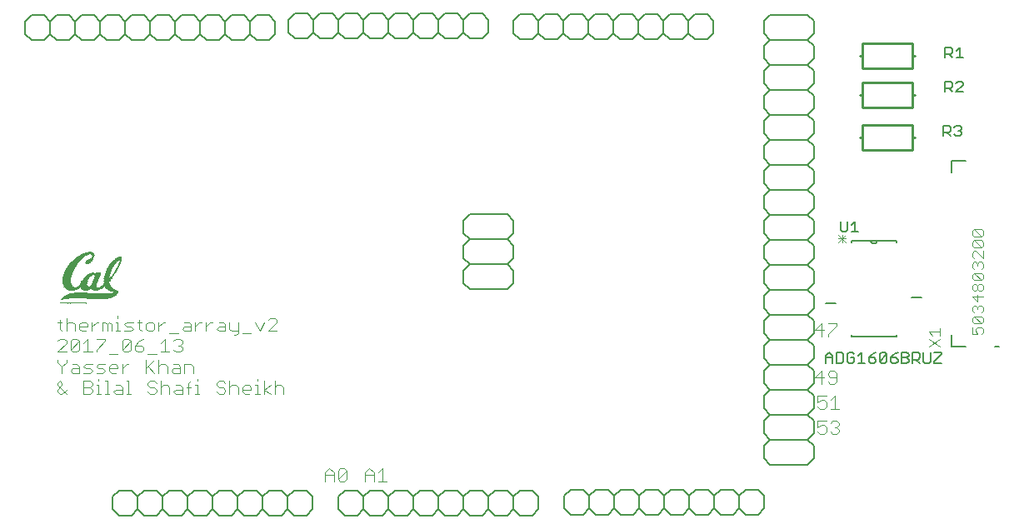
<source format=gto>
G75*
%MOIN*%
%OFA0B0*%
%FSLAX25Y25*%
%IPPOS*%
%LPD*%
%AMOC8*
5,1,8,0,0,1.08239X$1,22.5*
%
%ADD10C,0.00400*%
%ADD11R,0.00300X0.00100*%
%ADD12R,0.00600X0.00100*%
%ADD13R,0.00900X0.00100*%
%ADD14R,0.01300X0.00100*%
%ADD15R,0.01600X0.00100*%
%ADD16R,0.02800X0.00100*%
%ADD17R,0.02000X0.00100*%
%ADD18R,0.06400X0.00100*%
%ADD19R,0.02600X0.00100*%
%ADD20R,0.08700X0.00100*%
%ADD21R,0.03700X0.00100*%
%ADD22R,0.11100X0.00100*%
%ADD23R,0.19100X0.00100*%
%ADD24R,0.19300X0.00100*%
%ADD25R,0.19500X0.00100*%
%ADD26R,0.19700X0.00100*%
%ADD27R,0.19800X0.00100*%
%ADD28R,0.19600X0.00100*%
%ADD29R,0.19400X0.00100*%
%ADD30R,0.12400X0.00100*%
%ADD31R,0.02700X0.00100*%
%ADD32R,0.10300X0.00100*%
%ADD33R,0.02300X0.00100*%
%ADD34R,0.08000X0.00100*%
%ADD35R,0.02200X0.00100*%
%ADD36R,0.05400X0.00100*%
%ADD37R,0.00800X0.00100*%
%ADD38R,0.01900X0.00100*%
%ADD39R,0.01800X0.00100*%
%ADD40R,0.01700X0.00100*%
%ADD41R,0.02900X0.00100*%
%ADD42R,0.03000X0.00100*%
%ADD43R,0.01500X0.00100*%
%ADD44R,0.02100X0.00100*%
%ADD45R,0.03300X0.00100*%
%ADD46R,0.02500X0.00100*%
%ADD47R,0.03800X0.00100*%
%ADD48R,0.03200X0.00100*%
%ADD49R,0.04300X0.00100*%
%ADD50R,0.03100X0.00100*%
%ADD51R,0.03400X0.00100*%
%ADD52R,0.04600X0.00100*%
%ADD53R,0.04900X0.00100*%
%ADD54R,0.03600X0.00100*%
%ADD55R,0.04000X0.00100*%
%ADD56R,0.05200X0.00100*%
%ADD57R,0.04200X0.00100*%
%ADD58R,0.08500X0.00100*%
%ADD59R,0.05800X0.00100*%
%ADD60R,0.08600X0.00100*%
%ADD61R,0.06000X0.00100*%
%ADD62R,0.06900X0.00100*%
%ADD63R,0.04100X0.00100*%
%ADD64R,0.06700X0.00100*%
%ADD65R,0.03900X0.00100*%
%ADD66R,0.07900X0.00100*%
%ADD67R,0.07600X0.00100*%
%ADD68R,0.01400X0.00100*%
%ADD69R,0.03500X0.00100*%
%ADD70R,0.02400X0.00100*%
%ADD71R,0.01000X0.00100*%
%ADD72R,0.05100X0.00100*%
%ADD73R,0.05000X0.00100*%
%ADD74R,0.04800X0.00100*%
%ADD75R,0.00700X0.00100*%
%ADD76R,0.00400X0.00100*%
%ADD77R,0.01100X0.00100*%
%ADD78R,0.01200X0.00100*%
%ADD79R,0.04500X0.00100*%
%ADD80C,0.00000*%
%ADD81C,0.00600*%
%ADD82C,0.00800*%
%ADD83C,0.00300*%
%ADD84C,0.00500*%
%ADD85C,0.01000*%
D10*
X0024567Y0054700D02*
X0023700Y0055567D01*
X0023700Y0056435D01*
X0025435Y0058170D01*
X0025435Y0059037D01*
X0024567Y0059904D01*
X0023700Y0059037D01*
X0023700Y0058170D01*
X0027170Y0054700D01*
X0027170Y0056435D02*
X0025435Y0054700D01*
X0024567Y0054700D01*
X0034013Y0054700D02*
X0036615Y0054700D01*
X0037482Y0055567D01*
X0037482Y0056435D01*
X0036615Y0057302D01*
X0034013Y0057302D01*
X0036615Y0057302D02*
X0037482Y0058170D01*
X0037482Y0059037D01*
X0036615Y0059904D01*
X0034013Y0059904D01*
X0034013Y0054700D01*
X0039169Y0054700D02*
X0040904Y0054700D01*
X0040037Y0054700D02*
X0040037Y0058170D01*
X0039169Y0058170D01*
X0040037Y0059904D02*
X0040037Y0060772D01*
X0039169Y0063100D02*
X0041771Y0063100D01*
X0042639Y0063967D01*
X0041771Y0064835D01*
X0040037Y0064835D01*
X0039169Y0065702D01*
X0040037Y0066570D01*
X0042639Y0066570D01*
X0044326Y0065702D02*
X0045193Y0066570D01*
X0046928Y0066570D01*
X0047795Y0065702D01*
X0047795Y0064835D01*
X0044326Y0064835D01*
X0044326Y0065702D02*
X0044326Y0063967D01*
X0045193Y0063100D01*
X0046928Y0063100D01*
X0049482Y0063100D02*
X0049482Y0066570D01*
X0051217Y0066570D02*
X0052084Y0066570D01*
X0051217Y0066570D02*
X0049482Y0064835D01*
X0051201Y0059904D02*
X0052068Y0059904D01*
X0052068Y0054700D01*
X0051201Y0054700D02*
X0052936Y0054700D01*
X0049514Y0054700D02*
X0046912Y0054700D01*
X0046044Y0055567D01*
X0046912Y0056435D01*
X0049514Y0056435D01*
X0049514Y0057302D02*
X0048647Y0058170D01*
X0046912Y0058170D01*
X0049514Y0057302D02*
X0049514Y0054700D01*
X0044342Y0054700D02*
X0042607Y0054700D01*
X0043474Y0054700D02*
X0043474Y0059904D01*
X0042607Y0059904D01*
X0037482Y0063967D02*
X0036615Y0064835D01*
X0034880Y0064835D01*
X0034013Y0065702D01*
X0034880Y0066570D01*
X0037482Y0066570D01*
X0037482Y0063967D02*
X0036615Y0063100D01*
X0034013Y0063100D01*
X0032326Y0063100D02*
X0032326Y0065702D01*
X0031459Y0066570D01*
X0029724Y0066570D01*
X0029724Y0064835D02*
X0032326Y0064835D01*
X0032326Y0063100D02*
X0029724Y0063100D01*
X0028856Y0063967D01*
X0029724Y0064835D01*
X0027170Y0067437D02*
X0027170Y0068304D01*
X0027170Y0067437D02*
X0025435Y0065702D01*
X0025435Y0063100D01*
X0025435Y0065702D02*
X0023700Y0067437D01*
X0023700Y0068304D01*
X0023700Y0071500D02*
X0027170Y0074970D01*
X0027170Y0075837D01*
X0026302Y0076704D01*
X0024567Y0076704D01*
X0023700Y0075837D01*
X0023700Y0071500D02*
X0027170Y0071500D01*
X0028856Y0072367D02*
X0032326Y0075837D01*
X0032326Y0072367D01*
X0031459Y0071500D01*
X0029724Y0071500D01*
X0028856Y0072367D01*
X0028856Y0075837D01*
X0029724Y0076704D01*
X0031459Y0076704D01*
X0032326Y0075837D01*
X0034013Y0074970D02*
X0035748Y0076704D01*
X0035748Y0071500D01*
X0037482Y0071500D02*
X0034013Y0071500D01*
X0039169Y0071500D02*
X0039169Y0072367D01*
X0042639Y0075837D01*
X0042639Y0076704D01*
X0039169Y0076704D01*
X0037450Y0079900D02*
X0037450Y0083370D01*
X0039185Y0083370D02*
X0040053Y0083370D01*
X0039185Y0083370D02*
X0037450Y0081635D01*
X0035764Y0081635D02*
X0032294Y0081635D01*
X0032294Y0082502D02*
X0033161Y0083370D01*
X0034896Y0083370D01*
X0035764Y0082502D01*
X0035764Y0081635D01*
X0034896Y0079900D02*
X0033161Y0079900D01*
X0032294Y0080767D01*
X0032294Y0082502D01*
X0030607Y0082502D02*
X0030607Y0079900D01*
X0030607Y0082502D02*
X0029740Y0083370D01*
X0028005Y0083370D01*
X0027138Y0082502D01*
X0025435Y0083370D02*
X0023700Y0083370D01*
X0024567Y0084237D02*
X0024567Y0080767D01*
X0025435Y0079900D01*
X0027138Y0079900D02*
X0027138Y0085104D01*
X0041747Y0083370D02*
X0041747Y0079900D01*
X0043482Y0079900D02*
X0043482Y0082502D01*
X0044350Y0083370D01*
X0045217Y0082502D01*
X0045217Y0079900D01*
X0046904Y0079900D02*
X0048639Y0079900D01*
X0047771Y0079900D02*
X0047771Y0083370D01*
X0046904Y0083370D01*
X0047771Y0085104D02*
X0047771Y0085972D01*
X0051209Y0083370D02*
X0053811Y0083370D01*
X0055498Y0083370D02*
X0057233Y0083370D01*
X0056365Y0084237D02*
X0056365Y0080767D01*
X0057233Y0079900D01*
X0058935Y0080767D02*
X0059803Y0079900D01*
X0061538Y0079900D01*
X0062405Y0080767D01*
X0062405Y0082502D01*
X0061538Y0083370D01*
X0059803Y0083370D01*
X0058935Y0082502D01*
X0058935Y0080767D01*
X0053811Y0080767D02*
X0052944Y0079900D01*
X0050341Y0079900D01*
X0051209Y0081635D02*
X0050341Y0082502D01*
X0051209Y0083370D01*
X0051209Y0081635D02*
X0052944Y0081635D01*
X0053811Y0080767D01*
X0052084Y0076704D02*
X0052952Y0075837D01*
X0049482Y0072367D01*
X0050349Y0071500D01*
X0052084Y0071500D01*
X0052952Y0072367D01*
X0052952Y0075837D01*
X0052084Y0076704D02*
X0050349Y0076704D01*
X0049482Y0075837D01*
X0049482Y0072367D01*
X0047795Y0070633D02*
X0044326Y0070633D01*
X0054638Y0072367D02*
X0055506Y0071500D01*
X0057241Y0071500D01*
X0058108Y0072367D01*
X0058108Y0073235D01*
X0057241Y0074102D01*
X0054638Y0074102D01*
X0054638Y0072367D01*
X0054638Y0074102D02*
X0056373Y0075837D01*
X0058108Y0076704D01*
X0064092Y0079900D02*
X0064092Y0083370D01*
X0064092Y0081635D02*
X0065827Y0083370D01*
X0066694Y0083370D01*
X0068389Y0079033D02*
X0071858Y0079033D01*
X0073545Y0080767D02*
X0074413Y0081635D01*
X0077015Y0081635D01*
X0077015Y0082502D02*
X0077015Y0079900D01*
X0074413Y0079900D01*
X0073545Y0080767D01*
X0074413Y0083370D02*
X0076147Y0083370D01*
X0077015Y0082502D01*
X0078702Y0081635D02*
X0080436Y0083370D01*
X0081304Y0083370D01*
X0082999Y0083370D02*
X0082999Y0079900D01*
X0082999Y0081635D02*
X0084733Y0083370D01*
X0085601Y0083370D01*
X0088163Y0083370D02*
X0089898Y0083370D01*
X0090765Y0082502D01*
X0090765Y0079900D01*
X0088163Y0079900D01*
X0087296Y0080767D01*
X0088163Y0081635D01*
X0090765Y0081635D01*
X0092452Y0080767D02*
X0093319Y0079900D01*
X0095922Y0079900D01*
X0095922Y0079033D02*
X0095054Y0078165D01*
X0094187Y0078165D01*
X0095922Y0079033D02*
X0095922Y0083370D01*
X0092452Y0083370D02*
X0092452Y0080767D01*
X0097608Y0079033D02*
X0101078Y0079033D01*
X0104500Y0079900D02*
X0106234Y0083370D01*
X0107921Y0084237D02*
X0108789Y0085104D01*
X0110523Y0085104D01*
X0111391Y0084237D01*
X0111391Y0083370D01*
X0107921Y0079900D01*
X0111391Y0079900D01*
X0104500Y0079900D02*
X0102765Y0083370D01*
X0078702Y0083370D02*
X0078702Y0079900D01*
X0073577Y0075837D02*
X0073577Y0074970D01*
X0072710Y0074102D01*
X0073577Y0073235D01*
X0073577Y0072367D01*
X0072710Y0071500D01*
X0070975Y0071500D01*
X0070108Y0072367D01*
X0068421Y0071500D02*
X0064951Y0071500D01*
X0066686Y0071500D02*
X0066686Y0076704D01*
X0064951Y0074970D01*
X0063264Y0070633D02*
X0059795Y0070633D01*
X0058935Y0068304D02*
X0058935Y0063100D01*
X0058935Y0064835D02*
X0062405Y0068304D01*
X0064092Y0068304D02*
X0064092Y0063100D01*
X0062405Y0063100D02*
X0059803Y0065702D01*
X0064092Y0065702D02*
X0064959Y0066570D01*
X0066694Y0066570D01*
X0067561Y0065702D01*
X0067561Y0063100D01*
X0069248Y0063967D02*
X0070116Y0064835D01*
X0072718Y0064835D01*
X0072718Y0065702D02*
X0072718Y0063100D01*
X0070116Y0063100D01*
X0069248Y0063967D01*
X0070116Y0066570D02*
X0071850Y0066570D01*
X0072718Y0065702D01*
X0074405Y0066570D02*
X0074405Y0063100D01*
X0077874Y0063100D02*
X0077874Y0065702D01*
X0077007Y0066570D01*
X0074405Y0066570D01*
X0076999Y0059904D02*
X0076131Y0059037D01*
X0076131Y0054700D01*
X0073577Y0054700D02*
X0070975Y0054700D01*
X0070108Y0055567D01*
X0070975Y0056435D01*
X0073577Y0056435D01*
X0073577Y0057302D02*
X0072710Y0058170D01*
X0070975Y0058170D01*
X0068421Y0057302D02*
X0068421Y0054700D01*
X0064951Y0054700D02*
X0064951Y0059904D01*
X0063264Y0059037D02*
X0062397Y0059904D01*
X0060662Y0059904D01*
X0059795Y0059037D01*
X0059795Y0058170D01*
X0060662Y0057302D01*
X0062397Y0057302D01*
X0063264Y0056435D01*
X0063264Y0055567D01*
X0062397Y0054700D01*
X0060662Y0054700D01*
X0059795Y0055567D01*
X0064951Y0057302D02*
X0065819Y0058170D01*
X0067553Y0058170D01*
X0068421Y0057302D01*
X0073577Y0057302D02*
X0073577Y0054700D01*
X0078702Y0054700D02*
X0080436Y0054700D01*
X0079569Y0054700D02*
X0079569Y0058170D01*
X0078702Y0058170D01*
X0076999Y0057302D02*
X0075264Y0057302D01*
X0079569Y0059904D02*
X0079569Y0060772D01*
X0087296Y0059037D02*
X0087296Y0058170D01*
X0088163Y0057302D01*
X0089898Y0057302D01*
X0090765Y0056435D01*
X0090765Y0055567D01*
X0089898Y0054700D01*
X0088163Y0054700D01*
X0087296Y0055567D01*
X0087296Y0059037D02*
X0088163Y0059904D01*
X0089898Y0059904D01*
X0090765Y0059037D01*
X0092452Y0059904D02*
X0092452Y0054700D01*
X0095922Y0054700D02*
X0095922Y0057302D01*
X0095054Y0058170D01*
X0093319Y0058170D01*
X0092452Y0057302D01*
X0097608Y0057302D02*
X0097608Y0055567D01*
X0098476Y0054700D01*
X0100211Y0054700D01*
X0101078Y0056435D02*
X0097608Y0056435D01*
X0097608Y0057302D02*
X0098476Y0058170D01*
X0100211Y0058170D01*
X0101078Y0057302D01*
X0101078Y0056435D01*
X0102765Y0058170D02*
X0103632Y0058170D01*
X0103632Y0054700D01*
X0102765Y0054700D02*
X0104500Y0054700D01*
X0106202Y0054700D02*
X0106202Y0059904D01*
X0103632Y0059904D02*
X0103632Y0060772D01*
X0106202Y0056435D02*
X0108805Y0058170D01*
X0110499Y0057302D02*
X0111367Y0058170D01*
X0113102Y0058170D01*
X0113969Y0057302D01*
X0113969Y0054700D01*
X0110499Y0054700D02*
X0110499Y0059904D01*
X0108805Y0054700D02*
X0106202Y0056435D01*
X0072710Y0074102D02*
X0071842Y0074102D01*
X0070108Y0075837D02*
X0070975Y0076704D01*
X0072710Y0076704D01*
X0073577Y0075837D01*
X0043482Y0082502D02*
X0042615Y0083370D01*
X0041747Y0083370D01*
X0130700Y0023170D02*
X0132435Y0024904D01*
X0134170Y0023170D01*
X0134170Y0019700D01*
X0135856Y0020567D02*
X0139326Y0024037D01*
X0139326Y0020567D01*
X0138459Y0019700D01*
X0136724Y0019700D01*
X0135856Y0020567D01*
X0135856Y0024037D01*
X0136724Y0024904D01*
X0138459Y0024904D01*
X0139326Y0024037D01*
X0134170Y0022302D02*
X0130700Y0022302D01*
X0130700Y0023170D02*
X0130700Y0019700D01*
X0146700Y0019700D02*
X0146700Y0023170D01*
X0148435Y0024904D01*
X0150170Y0023170D01*
X0150170Y0019700D01*
X0151856Y0019700D02*
X0155326Y0019700D01*
X0153591Y0019700D02*
X0153591Y0024904D01*
X0151856Y0023170D01*
X0150170Y0022302D02*
X0146700Y0022302D01*
X0327700Y0039567D02*
X0328567Y0038700D01*
X0330302Y0038700D01*
X0331170Y0039567D01*
X0331170Y0041302D01*
X0330302Y0042170D01*
X0329435Y0042170D01*
X0327700Y0041302D01*
X0327700Y0043904D01*
X0331170Y0043904D01*
X0332856Y0043037D02*
X0333724Y0043904D01*
X0335459Y0043904D01*
X0336326Y0043037D01*
X0336326Y0042170D01*
X0335459Y0041302D01*
X0336326Y0040435D01*
X0336326Y0039567D01*
X0335459Y0038700D01*
X0333724Y0038700D01*
X0332856Y0039567D01*
X0334591Y0041302D02*
X0335459Y0041302D01*
X0336326Y0048700D02*
X0332856Y0048700D01*
X0334591Y0048700D02*
X0334591Y0053904D01*
X0332856Y0052170D01*
X0331170Y0051302D02*
X0331170Y0049567D01*
X0330302Y0048700D01*
X0328567Y0048700D01*
X0327700Y0049567D01*
X0327700Y0051302D02*
X0329435Y0052170D01*
X0330302Y0052170D01*
X0331170Y0051302D01*
X0331170Y0053904D02*
X0327700Y0053904D01*
X0327700Y0051302D01*
X0329302Y0058700D02*
X0329302Y0063904D01*
X0326700Y0061302D01*
X0330170Y0061302D01*
X0331856Y0062170D02*
X0332724Y0061302D01*
X0335326Y0061302D01*
X0335326Y0059567D02*
X0335326Y0063037D01*
X0334459Y0063904D01*
X0332724Y0063904D01*
X0331856Y0063037D01*
X0331856Y0062170D01*
X0331856Y0059567D02*
X0332724Y0058700D01*
X0334459Y0058700D01*
X0335326Y0059567D01*
X0331856Y0077700D02*
X0331856Y0078567D01*
X0335326Y0082037D01*
X0335326Y0082904D01*
X0331856Y0082904D01*
X0329302Y0082904D02*
X0326700Y0080302D01*
X0330170Y0080302D01*
X0329302Y0077700D02*
X0329302Y0082904D01*
X0372157Y0079565D02*
X0373600Y0078123D01*
X0372157Y0079565D02*
X0376485Y0079565D01*
X0376485Y0078123D02*
X0376485Y0081008D01*
X0376485Y0076658D02*
X0372157Y0073772D01*
X0372157Y0076658D02*
X0376485Y0073772D01*
X0389562Y0078497D02*
X0391726Y0078497D01*
X0391004Y0079940D01*
X0391004Y0080661D01*
X0391726Y0081382D01*
X0393168Y0081382D01*
X0393890Y0080661D01*
X0393890Y0079218D01*
X0393168Y0078497D01*
X0389562Y0078497D02*
X0389562Y0081382D01*
X0390283Y0082847D02*
X0389562Y0083568D01*
X0389562Y0085011D01*
X0390283Y0085732D01*
X0393168Y0082847D01*
X0393890Y0083568D01*
X0393890Y0085011D01*
X0393168Y0085732D01*
X0390283Y0085732D01*
X0390283Y0087197D02*
X0389562Y0087919D01*
X0389562Y0089361D01*
X0390283Y0090083D01*
X0391004Y0090083D01*
X0391726Y0089361D01*
X0392447Y0090083D01*
X0393168Y0090083D01*
X0393890Y0089361D01*
X0393890Y0087919D01*
X0393168Y0087197D01*
X0391726Y0088640D02*
X0391726Y0089361D01*
X0391726Y0091547D02*
X0391726Y0094433D01*
X0392447Y0095898D02*
X0391726Y0096619D01*
X0391726Y0098062D01*
X0392447Y0098783D01*
X0393168Y0098783D01*
X0393890Y0098062D01*
X0393890Y0096619D01*
X0393168Y0095898D01*
X0392447Y0095898D01*
X0391726Y0096619D02*
X0391004Y0095898D01*
X0390283Y0095898D01*
X0389562Y0096619D01*
X0389562Y0098062D01*
X0390283Y0098783D01*
X0391004Y0098783D01*
X0391726Y0098062D01*
X0393168Y0100248D02*
X0390283Y0100248D01*
X0389562Y0100969D01*
X0389562Y0102412D01*
X0390283Y0103133D01*
X0393168Y0100248D01*
X0393890Y0100969D01*
X0393890Y0102412D01*
X0393168Y0103133D01*
X0390283Y0103133D01*
X0390283Y0104598D02*
X0389562Y0105319D01*
X0389562Y0106762D01*
X0390283Y0107483D01*
X0391004Y0107483D01*
X0391726Y0106762D01*
X0392447Y0107483D01*
X0393168Y0107483D01*
X0393890Y0106762D01*
X0393890Y0105319D01*
X0393168Y0104598D01*
X0391726Y0106041D02*
X0391726Y0106762D01*
X0390283Y0108948D02*
X0389562Y0109669D01*
X0389562Y0111112D01*
X0390283Y0111833D01*
X0391004Y0111833D01*
X0393890Y0108948D01*
X0393890Y0111833D01*
X0393168Y0113298D02*
X0390283Y0113298D01*
X0389562Y0114020D01*
X0389562Y0115462D01*
X0390283Y0116184D01*
X0393168Y0113298D01*
X0393890Y0114020D01*
X0393890Y0115462D01*
X0393168Y0116184D01*
X0390283Y0116184D01*
X0390283Y0117648D02*
X0389562Y0118370D01*
X0389562Y0119812D01*
X0390283Y0120534D01*
X0393168Y0117648D01*
X0393890Y0118370D01*
X0393890Y0119812D01*
X0393168Y0120534D01*
X0390283Y0120534D01*
X0390283Y0117648D02*
X0393168Y0117648D01*
X0393890Y0093711D02*
X0389562Y0093711D01*
X0391726Y0091547D01*
X0393168Y0082847D02*
X0390283Y0082847D01*
D11*
X0034900Y0095900D03*
X0025300Y0092200D03*
D12*
X0025450Y0092300D03*
X0048450Y0106600D03*
X0048650Y0107100D03*
X0048750Y0107400D03*
X0048750Y0109400D03*
D13*
X0047100Y0103900D03*
X0046900Y0103600D03*
X0046800Y0103400D03*
X0046700Y0103300D03*
X0046700Y0103200D03*
X0046600Y0103100D03*
X0046500Y0103000D03*
X0046500Y0102900D03*
X0046400Y0102800D03*
X0046300Y0102700D03*
X0046300Y0102600D03*
X0046200Y0102500D03*
X0046100Y0102400D03*
X0046100Y0102300D03*
X0046000Y0102200D03*
X0045900Y0102100D03*
X0045900Y0102000D03*
X0045800Y0101900D03*
X0045700Y0101800D03*
X0045600Y0101700D03*
X0045600Y0101600D03*
X0045500Y0101500D03*
X0045400Y0101400D03*
X0037600Y0108800D03*
X0037700Y0109000D03*
X0037900Y0109800D03*
X0025700Y0092400D03*
D14*
X0025900Y0092500D03*
X0048600Y0109200D03*
D15*
X0036750Y0111200D03*
X0037850Y0102800D03*
X0041250Y0097100D03*
X0038750Y0096000D03*
X0031850Y0097100D03*
X0026150Y0092600D03*
D16*
X0029450Y0096100D03*
X0034050Y0098300D03*
X0043650Y0100200D03*
X0043650Y0100300D03*
X0045150Y0096200D03*
X0040950Y0092600D03*
D17*
X0046750Y0094900D03*
X0038450Y0098700D03*
X0038450Y0098800D03*
X0038550Y0099000D03*
X0038350Y0098600D03*
X0038350Y0098500D03*
X0038250Y0098300D03*
X0038750Y0099500D03*
X0039550Y0101500D03*
X0039550Y0101600D03*
X0039550Y0101700D03*
X0039950Y0102600D03*
X0039950Y0102700D03*
X0037750Y0102700D03*
X0043850Y0103100D03*
X0043950Y0103300D03*
X0043950Y0103400D03*
X0044050Y0103600D03*
X0044050Y0103700D03*
X0044150Y0103800D03*
X0044150Y0103900D03*
X0044250Y0104000D03*
X0044250Y0104100D03*
X0044350Y0104300D03*
X0044450Y0104500D03*
X0044550Y0104700D03*
X0044650Y0104900D03*
X0044750Y0105100D03*
X0045050Y0105600D03*
X0046350Y0107300D03*
X0046450Y0107400D03*
X0046550Y0107500D03*
X0046650Y0107600D03*
X0046750Y0107700D03*
X0035850Y0107200D03*
X0026450Y0092700D03*
D18*
X0040250Y0092700D03*
D19*
X0044350Y0096800D03*
X0044250Y0096900D03*
X0044150Y0097000D03*
X0044450Y0096700D03*
X0044550Y0096600D03*
X0044650Y0096500D03*
X0043450Y0098200D03*
X0043550Y0100000D03*
X0037950Y0097600D03*
X0034150Y0098600D03*
X0034150Y0098700D03*
X0026850Y0092800D03*
X0046650Y0095600D03*
X0048050Y0108500D03*
X0032250Y0108800D03*
X0032150Y0108700D03*
X0032050Y0108600D03*
X0031950Y0108500D03*
D20*
X0039600Y0092800D03*
D21*
X0039100Y0096500D03*
X0028100Y0097400D03*
X0027500Y0092900D03*
D22*
X0038900Y0092900D03*
D23*
X0037900Y0094500D03*
X0035300Y0093000D03*
D24*
X0035500Y0093100D03*
X0037700Y0094400D03*
D25*
X0035700Y0093200D03*
D26*
X0035900Y0093300D03*
X0036100Y0093400D03*
X0037000Y0094000D03*
X0037200Y0094100D03*
D27*
X0036850Y0093900D03*
X0036750Y0093800D03*
X0036550Y0093700D03*
X0036450Y0093600D03*
X0036250Y0093500D03*
D28*
X0037350Y0094200D03*
D29*
X0037550Y0094300D03*
D30*
X0034950Y0094600D03*
D31*
X0037900Y0097500D03*
X0038900Y0096200D03*
X0043400Y0098100D03*
X0043600Y0100100D03*
X0044800Y0096400D03*
X0045000Y0096300D03*
X0046200Y0094600D03*
X0034100Y0098400D03*
X0034100Y0098500D03*
X0031200Y0107800D03*
X0031300Y0107900D03*
X0031400Y0108000D03*
X0031500Y0108100D03*
X0031600Y0108200D03*
X0031700Y0108300D03*
X0031800Y0108400D03*
X0034900Y0110400D03*
X0048000Y0108400D03*
D32*
X0034300Y0094700D03*
D33*
X0038800Y0096100D03*
X0038100Y0097900D03*
X0034500Y0099600D03*
X0034600Y0099800D03*
X0034700Y0100000D03*
X0034800Y0100200D03*
X0036500Y0102000D03*
X0036700Y0102100D03*
X0036000Y0107500D03*
X0036100Y0107600D03*
X0036400Y0107900D03*
X0033800Y0109900D03*
X0033600Y0109800D03*
X0033300Y0109600D03*
X0036600Y0111100D03*
X0048200Y0108700D03*
X0043400Y0099600D03*
X0043400Y0099500D03*
X0043400Y0099400D03*
X0043400Y0099300D03*
X0043400Y0099200D03*
X0043400Y0099100D03*
X0043400Y0099000D03*
X0043400Y0098900D03*
X0043400Y0098800D03*
X0043400Y0098700D03*
X0043400Y0098600D03*
X0046500Y0094700D03*
D34*
X0033650Y0094800D03*
D35*
X0038150Y0098000D03*
X0038150Y0098100D03*
X0035050Y0100500D03*
X0035050Y0100600D03*
X0035150Y0100700D03*
X0035250Y0100800D03*
X0035350Y0101000D03*
X0035450Y0101100D03*
X0035550Y0101200D03*
X0035650Y0101300D03*
X0035750Y0101400D03*
X0035850Y0101500D03*
X0035950Y0101600D03*
X0036050Y0101700D03*
X0036350Y0101900D03*
X0034950Y0100400D03*
X0034850Y0100300D03*
X0034750Y0100100D03*
X0034650Y0099900D03*
X0043450Y0101100D03*
X0043450Y0101200D03*
X0043450Y0101300D03*
X0043450Y0101400D03*
X0043450Y0101500D03*
X0043550Y0101600D03*
X0043550Y0101700D03*
X0043550Y0101800D03*
X0043550Y0101900D03*
X0043550Y0102000D03*
X0043650Y0102300D03*
X0043650Y0102400D03*
X0047050Y0107900D03*
X0048250Y0108800D03*
X0036550Y0108000D03*
X0035950Y0107400D03*
X0046650Y0094800D03*
D36*
X0033050Y0094900D03*
X0029550Y0096800D03*
D37*
X0032650Y0095000D03*
X0046850Y0103500D03*
X0046950Y0103700D03*
X0047050Y0103800D03*
X0047150Y0104000D03*
X0047250Y0104100D03*
X0047250Y0104200D03*
X0047350Y0104300D03*
X0047350Y0104400D03*
X0047450Y0104500D03*
X0047450Y0104600D03*
X0047550Y0104700D03*
X0047650Y0104900D03*
X0047750Y0105100D03*
X0047850Y0105300D03*
X0047950Y0105500D03*
X0048050Y0105700D03*
X0048150Y0105900D03*
X0048850Y0107800D03*
X0048850Y0107900D03*
X0037850Y0109300D03*
X0037850Y0109400D03*
X0037850Y0109500D03*
X0037850Y0109600D03*
X0037850Y0109700D03*
X0037750Y0109200D03*
X0037750Y0109100D03*
X0037650Y0108900D03*
D38*
X0036700Y0108100D03*
X0035800Y0107100D03*
X0040000Y0102900D03*
X0040000Y0102800D03*
X0039500Y0101400D03*
X0039500Y0101300D03*
X0039400Y0101200D03*
X0039400Y0101100D03*
X0039300Y0100900D03*
X0039300Y0100800D03*
X0039200Y0100600D03*
X0039100Y0100400D03*
X0039100Y0100300D03*
X0039000Y0100200D03*
X0039000Y0100100D03*
X0039000Y0100000D03*
X0038900Y0099900D03*
X0038900Y0099800D03*
X0038800Y0099700D03*
X0038800Y0099600D03*
X0038700Y0099400D03*
X0038700Y0099300D03*
X0038600Y0099200D03*
X0038600Y0099100D03*
X0038500Y0098900D03*
X0047000Y0095500D03*
X0047000Y0095100D03*
X0046900Y0095000D03*
X0029400Y0096000D03*
X0044300Y0104200D03*
X0044400Y0104400D03*
X0044500Y0104600D03*
X0044600Y0104800D03*
X0044700Y0105000D03*
X0044800Y0105200D03*
X0044900Y0105300D03*
X0044900Y0105400D03*
X0045000Y0105500D03*
X0045100Y0105700D03*
X0045200Y0105800D03*
X0045200Y0105900D03*
X0045300Y0106000D03*
X0045400Y0106100D03*
X0045500Y0106300D03*
X0045600Y0106400D03*
X0045700Y0106500D03*
X0045800Y0106700D03*
X0045900Y0106800D03*
X0046000Y0106900D03*
X0046100Y0107000D03*
X0046200Y0107100D03*
X0046300Y0107200D03*
X0048300Y0108900D03*
D39*
X0045750Y0106600D03*
X0045450Y0106200D03*
X0039350Y0101000D03*
X0039250Y0100700D03*
X0039150Y0100500D03*
X0040950Y0097000D03*
X0047050Y0095400D03*
X0047050Y0095200D03*
D40*
X0047100Y0095300D03*
X0035700Y0107000D03*
X0036900Y0108200D03*
X0048400Y0109000D03*
D41*
X0047900Y0108300D03*
X0047800Y0108200D03*
X0036500Y0111000D03*
X0031100Y0107700D03*
X0031000Y0107600D03*
X0030900Y0107500D03*
X0030800Y0107400D03*
X0043700Y0100400D03*
X0043300Y0098000D03*
X0045400Y0096100D03*
X0046400Y0095700D03*
X0037800Y0097400D03*
X0035000Y0096300D03*
X0034000Y0098100D03*
X0034000Y0098200D03*
D42*
X0033950Y0098000D03*
X0043750Y0100500D03*
X0045650Y0096000D03*
X0045850Y0095900D03*
X0046150Y0095800D03*
X0047750Y0108100D03*
X0030750Y0107300D03*
X0030650Y0107200D03*
X0030550Y0107100D03*
X0030450Y0107000D03*
X0030350Y0106900D03*
X0030350Y0106800D03*
X0030250Y0106700D03*
X0030150Y0106600D03*
D43*
X0048500Y0109100D03*
X0041600Y0097300D03*
X0041400Y0097200D03*
X0035000Y0096000D03*
D44*
X0035000Y0096100D03*
X0038200Y0098200D03*
X0038300Y0098400D03*
X0035300Y0100900D03*
X0036200Y0101800D03*
X0039600Y0101800D03*
X0039600Y0101900D03*
X0039600Y0102000D03*
X0043600Y0102100D03*
X0043600Y0102200D03*
X0043700Y0102500D03*
X0043700Y0102600D03*
X0043700Y0102700D03*
X0043800Y0102800D03*
X0043800Y0102900D03*
X0043800Y0103000D03*
X0043900Y0103200D03*
X0044000Y0103500D03*
X0046900Y0107800D03*
X0035900Y0107300D03*
D45*
X0029200Y0105300D03*
X0029000Y0105000D03*
X0028900Y0104800D03*
X0028800Y0104700D03*
X0028800Y0104600D03*
X0028700Y0104500D03*
X0028700Y0104400D03*
X0028600Y0104300D03*
X0028600Y0104200D03*
X0028500Y0104100D03*
X0028400Y0103900D03*
X0028300Y0103700D03*
X0028200Y0103500D03*
X0028200Y0103400D03*
X0028100Y0103300D03*
X0028100Y0103200D03*
X0028000Y0103000D03*
X0027900Y0102700D03*
X0027800Y0102400D03*
X0027700Y0102100D03*
X0027600Y0101700D03*
X0027500Y0101300D03*
X0027400Y0100600D03*
X0027400Y0100500D03*
X0027400Y0099000D03*
X0029500Y0096200D03*
X0036400Y0110900D03*
D46*
X0034600Y0110300D03*
X0032600Y0109100D03*
X0032500Y0109000D03*
X0032400Y0108900D03*
X0043500Y0099900D03*
X0043500Y0099800D03*
X0043900Y0097400D03*
X0043900Y0097300D03*
X0044000Y0097200D03*
X0044100Y0097100D03*
X0035000Y0096200D03*
X0034200Y0098800D03*
X0034200Y0098900D03*
X0034300Y0099000D03*
X0034300Y0099100D03*
X0048100Y0108600D03*
D47*
X0035050Y0096700D03*
X0033850Y0097500D03*
X0029450Y0096300D03*
X0028250Y0097300D03*
D48*
X0033850Y0097800D03*
X0038950Y0096300D03*
X0043250Y0097800D03*
X0043850Y0100800D03*
X0043950Y0100900D03*
X0043950Y0101000D03*
X0029750Y0106100D03*
X0029550Y0105800D03*
X0029450Y0105700D03*
X0029350Y0105500D03*
X0029250Y0105400D03*
X0029150Y0105200D03*
X0029050Y0105100D03*
X0028950Y0104900D03*
D49*
X0029500Y0096400D03*
D50*
X0033900Y0097900D03*
X0035000Y0096400D03*
X0043300Y0097900D03*
X0043800Y0100600D03*
X0043800Y0100700D03*
X0047700Y0108000D03*
X0030100Y0106500D03*
X0030000Y0106400D03*
X0029900Y0106300D03*
X0029800Y0106200D03*
X0029700Y0106000D03*
X0029600Y0105900D03*
X0029400Y0105600D03*
D51*
X0028450Y0104000D03*
X0028350Y0103800D03*
X0028250Y0103600D03*
X0028050Y0103100D03*
X0027950Y0102900D03*
X0027950Y0102800D03*
X0027850Y0102600D03*
X0027850Y0102500D03*
X0027750Y0102300D03*
X0027750Y0102200D03*
X0027650Y0102000D03*
X0027650Y0101900D03*
X0027650Y0101800D03*
X0027550Y0101600D03*
X0027550Y0101500D03*
X0027550Y0101400D03*
X0027450Y0101200D03*
X0027450Y0101100D03*
X0027450Y0101000D03*
X0027450Y0100900D03*
X0027450Y0100800D03*
X0027450Y0100700D03*
X0027350Y0100400D03*
X0027350Y0100300D03*
X0027350Y0100200D03*
X0027350Y0100100D03*
X0027350Y0100000D03*
X0027350Y0099900D03*
X0027350Y0099800D03*
X0027350Y0099700D03*
X0027350Y0099600D03*
X0027350Y0099500D03*
X0027350Y0099400D03*
X0027350Y0099300D03*
X0027350Y0099200D03*
X0027350Y0099100D03*
X0027450Y0098900D03*
X0027450Y0098800D03*
X0027450Y0098700D03*
X0027450Y0098600D03*
X0027550Y0098500D03*
X0027550Y0098400D03*
X0027550Y0098300D03*
X0027650Y0098100D03*
X0033850Y0097700D03*
X0035050Y0096500D03*
X0039050Y0096400D03*
D52*
X0029550Y0096500D03*
X0038550Y0102500D03*
D53*
X0029500Y0096600D03*
D54*
X0028050Y0097500D03*
X0027950Y0097600D03*
X0033850Y0097600D03*
X0035050Y0096600D03*
X0043150Y0097600D03*
X0036250Y0110800D03*
D55*
X0039150Y0096600D03*
D56*
X0029550Y0096700D03*
D57*
X0039250Y0096700D03*
X0036050Y0110600D03*
D58*
X0037300Y0096800D03*
D59*
X0029550Y0096900D03*
D60*
X0037350Y0096900D03*
D61*
X0029550Y0097000D03*
D62*
X0036400Y0097000D03*
D63*
X0033900Y0097400D03*
X0028600Y0097100D03*
D64*
X0036200Y0097100D03*
D65*
X0043100Y0097500D03*
X0028400Y0097200D03*
X0036200Y0110700D03*
D66*
X0035400Y0097200D03*
D67*
X0035450Y0097300D03*
D68*
X0041750Y0097400D03*
X0035650Y0106900D03*
X0037150Y0108300D03*
X0037550Y0110400D03*
D69*
X0043200Y0097700D03*
X0027900Y0097700D03*
X0027800Y0097800D03*
X0027800Y0097900D03*
X0027700Y0098000D03*
X0027600Y0098200D03*
D70*
X0034350Y0099200D03*
X0034350Y0099300D03*
X0034450Y0099400D03*
X0034450Y0099500D03*
X0034550Y0099700D03*
X0037950Y0097700D03*
X0038050Y0097800D03*
X0043450Y0098300D03*
X0043450Y0098400D03*
X0043450Y0098500D03*
X0043450Y0099700D03*
X0039550Y0102100D03*
X0037650Y0102600D03*
X0036150Y0107700D03*
X0036250Y0107800D03*
X0034350Y0110200D03*
X0034150Y0110100D03*
X0033950Y0110000D03*
X0033450Y0109700D03*
X0033150Y0109500D03*
X0033050Y0109400D03*
X0032850Y0109300D03*
X0032750Y0109200D03*
D71*
X0037450Y0108600D03*
X0037550Y0108700D03*
X0037850Y0109900D03*
X0037850Y0110000D03*
X0037750Y0110200D03*
X0048650Y0109300D03*
X0037950Y0102900D03*
X0045150Y0101100D03*
X0045250Y0101200D03*
X0045350Y0101300D03*
D72*
X0038200Y0102200D03*
D73*
X0038350Y0102300D03*
D74*
X0038450Y0102400D03*
D75*
X0047600Y0104800D03*
X0047700Y0105000D03*
X0047800Y0105200D03*
X0047900Y0105400D03*
X0048000Y0105600D03*
X0048100Y0105800D03*
X0048200Y0106000D03*
X0048200Y0106100D03*
X0048300Y0106200D03*
X0048300Y0106300D03*
X0048400Y0106400D03*
X0048400Y0106500D03*
X0048500Y0106700D03*
X0048500Y0106800D03*
X0048600Y0106900D03*
X0048600Y0107000D03*
X0048700Y0107200D03*
X0048700Y0107300D03*
X0048800Y0107500D03*
X0048800Y0107600D03*
X0048800Y0107700D03*
D76*
X0035550Y0106700D03*
D77*
X0035600Y0106800D03*
X0037400Y0108500D03*
X0037800Y0110100D03*
D78*
X0037650Y0110300D03*
X0037250Y0108400D03*
D79*
X0036000Y0110500D03*
D80*
X0034613Y0091400D02*
X0034613Y0091200D01*
X0034714Y0091200D01*
X0034747Y0091233D01*
X0034747Y0091300D01*
X0034714Y0091333D01*
X0034613Y0091333D01*
X0034555Y0091233D02*
X0034555Y0091200D01*
X0034521Y0091200D01*
X0034521Y0091233D01*
X0034555Y0091233D01*
X0034465Y0091200D02*
X0034399Y0091200D01*
X0034432Y0091200D02*
X0034432Y0091400D01*
X0034399Y0091400D01*
X0034315Y0091333D02*
X0034348Y0091300D01*
X0034348Y0091200D01*
X0034248Y0091200D01*
X0034215Y0091233D01*
X0034248Y0091267D01*
X0034348Y0091267D01*
X0034315Y0091333D02*
X0034248Y0091333D01*
X0034164Y0091333D02*
X0034064Y0091333D01*
X0034030Y0091300D01*
X0034030Y0091233D01*
X0034064Y0091200D01*
X0034164Y0091200D01*
X0033980Y0091400D02*
X0033846Y0091200D01*
X0033795Y0091233D02*
X0033762Y0091267D01*
X0033695Y0091267D01*
X0033662Y0091300D01*
X0033695Y0091333D01*
X0033795Y0091333D01*
X0033795Y0091233D02*
X0033762Y0091200D01*
X0033662Y0091200D01*
X0033611Y0091267D02*
X0033478Y0091267D01*
X0033478Y0091300D02*
X0033511Y0091333D01*
X0033578Y0091333D01*
X0033611Y0091300D01*
X0033611Y0091267D01*
X0033578Y0091200D02*
X0033511Y0091200D01*
X0033478Y0091233D01*
X0033478Y0091300D01*
X0033388Y0091333D02*
X0033388Y0091200D01*
X0033355Y0091200D02*
X0033422Y0091200D01*
X0033388Y0091333D02*
X0033355Y0091333D01*
X0033302Y0091333D02*
X0033268Y0091333D01*
X0033202Y0091267D01*
X0033151Y0091267D02*
X0033051Y0091267D01*
X0033018Y0091233D01*
X0033051Y0091200D01*
X0033151Y0091200D01*
X0033151Y0091300D01*
X0033118Y0091333D01*
X0033051Y0091333D01*
X0032964Y0091333D02*
X0032931Y0091333D01*
X0032864Y0091267D01*
X0032813Y0091300D02*
X0032780Y0091333D01*
X0032680Y0091333D01*
X0032680Y0091400D02*
X0032680Y0091200D01*
X0032780Y0091200D01*
X0032813Y0091233D01*
X0032813Y0091300D01*
X0032864Y0091333D02*
X0032864Y0091200D01*
X0032624Y0091200D02*
X0032557Y0091200D01*
X0032591Y0091200D02*
X0032591Y0091333D01*
X0032557Y0091333D01*
X0032591Y0091400D02*
X0032591Y0091434D01*
X0032468Y0091400D02*
X0032468Y0091200D01*
X0032501Y0091200D02*
X0032434Y0091200D01*
X0032250Y0091200D02*
X0032384Y0091400D01*
X0032434Y0091400D02*
X0032468Y0091400D01*
X0032200Y0091300D02*
X0032200Y0091267D01*
X0032066Y0091267D01*
X0032066Y0091300D02*
X0032099Y0091333D01*
X0032166Y0091333D01*
X0032200Y0091300D01*
X0032166Y0091200D02*
X0032099Y0091200D01*
X0032066Y0091233D01*
X0032066Y0091300D01*
X0032013Y0091333D02*
X0031979Y0091333D01*
X0031913Y0091267D01*
X0031862Y0091267D02*
X0031762Y0091267D01*
X0031728Y0091233D01*
X0031762Y0091200D01*
X0031862Y0091200D01*
X0031862Y0091300D01*
X0031829Y0091333D01*
X0031762Y0091333D01*
X0031678Y0091333D02*
X0031678Y0091233D01*
X0031644Y0091200D01*
X0031611Y0091233D01*
X0031578Y0091200D01*
X0031544Y0091233D01*
X0031544Y0091333D01*
X0031494Y0091333D02*
X0031394Y0091333D01*
X0031360Y0091300D01*
X0031360Y0091233D01*
X0031394Y0091200D01*
X0031494Y0091200D01*
X0031494Y0091400D01*
X0031307Y0091333D02*
X0031273Y0091333D01*
X0031207Y0091267D01*
X0031156Y0091267D02*
X0031056Y0091267D01*
X0031023Y0091233D01*
X0031056Y0091200D01*
X0031156Y0091200D01*
X0031156Y0091300D01*
X0031123Y0091333D01*
X0031056Y0091333D01*
X0030972Y0091300D02*
X0030972Y0091200D01*
X0030972Y0091300D02*
X0030938Y0091333D01*
X0030872Y0091333D01*
X0030838Y0091300D01*
X0030838Y0091400D02*
X0030838Y0091200D01*
X0030654Y0091200D02*
X0030788Y0091400D01*
X0030604Y0091400D02*
X0030470Y0091200D01*
X0030604Y0091200D02*
X0030470Y0091400D01*
X0030417Y0091333D02*
X0030383Y0091333D01*
X0030317Y0091267D01*
X0030266Y0091267D02*
X0030166Y0091267D01*
X0030132Y0091233D01*
X0030166Y0091200D01*
X0030266Y0091200D01*
X0030266Y0091300D01*
X0030233Y0091333D01*
X0030166Y0091333D01*
X0030082Y0091300D02*
X0030082Y0091267D01*
X0029948Y0091267D01*
X0029948Y0091300D02*
X0029982Y0091333D01*
X0030048Y0091333D01*
X0030082Y0091300D01*
X0030048Y0091200D02*
X0029982Y0091200D01*
X0029948Y0091233D01*
X0029948Y0091300D01*
X0029898Y0091333D02*
X0029898Y0091233D01*
X0029864Y0091200D01*
X0029831Y0091233D01*
X0029798Y0091200D01*
X0029764Y0091233D01*
X0029764Y0091333D01*
X0029713Y0091400D02*
X0029580Y0091200D01*
X0029529Y0091233D02*
X0029529Y0091300D01*
X0029496Y0091333D01*
X0029396Y0091333D01*
X0029345Y0091333D02*
X0029345Y0091200D01*
X0029245Y0091200D01*
X0029212Y0091233D01*
X0029212Y0091333D01*
X0029161Y0091300D02*
X0029161Y0091200D01*
X0029161Y0091300D02*
X0029128Y0091333D01*
X0029061Y0091333D01*
X0029028Y0091300D01*
X0028972Y0091333D02*
X0028905Y0091333D01*
X0028938Y0091367D02*
X0028938Y0091233D01*
X0028972Y0091200D01*
X0029028Y0091200D02*
X0029028Y0091400D01*
X0028815Y0091400D02*
X0028815Y0091434D01*
X0028815Y0091333D02*
X0028815Y0091200D01*
X0028782Y0091200D02*
X0028849Y0091200D01*
X0028731Y0091200D02*
X0028631Y0091200D01*
X0028598Y0091233D01*
X0028598Y0091300D01*
X0028631Y0091333D01*
X0028731Y0091333D01*
X0028731Y0091167D01*
X0028698Y0091133D01*
X0028665Y0091133D01*
X0028782Y0091333D02*
X0028815Y0091333D01*
X0028547Y0091400D02*
X0028414Y0091200D01*
X0028363Y0091200D02*
X0028230Y0091333D01*
X0028179Y0091300D02*
X0028145Y0091333D01*
X0028079Y0091333D01*
X0028045Y0091300D01*
X0028045Y0091233D01*
X0028079Y0091200D01*
X0028145Y0091200D01*
X0028179Y0091233D01*
X0028179Y0091300D01*
X0028230Y0091200D02*
X0028363Y0091333D01*
X0027995Y0091300D02*
X0027961Y0091333D01*
X0027861Y0091333D01*
X0027811Y0091300D02*
X0027811Y0091233D01*
X0027777Y0091200D01*
X0027677Y0091200D01*
X0027626Y0091233D02*
X0027626Y0091300D01*
X0027593Y0091333D01*
X0027526Y0091333D01*
X0027493Y0091300D01*
X0027493Y0091233D01*
X0027526Y0091200D01*
X0027593Y0091200D01*
X0027626Y0091233D01*
X0027677Y0091133D02*
X0027677Y0091333D01*
X0027777Y0091333D01*
X0027811Y0091300D01*
X0027861Y0091200D02*
X0027961Y0091200D01*
X0027995Y0091233D01*
X0027995Y0091300D01*
X0027861Y0091400D02*
X0027861Y0091200D01*
X0027440Y0091333D02*
X0027406Y0091333D01*
X0027340Y0091267D01*
X0027289Y0091233D02*
X0027289Y0091367D01*
X0027255Y0091400D01*
X0027155Y0091400D01*
X0027155Y0091200D01*
X0027255Y0091200D01*
X0027289Y0091233D01*
X0027340Y0091200D02*
X0027340Y0091333D01*
X0027105Y0091400D02*
X0026971Y0091200D01*
X0026882Y0091200D02*
X0026882Y0091367D01*
X0026915Y0091400D01*
X0026915Y0091300D02*
X0026848Y0091300D01*
X0026759Y0091333D02*
X0026759Y0091200D01*
X0026726Y0091200D02*
X0026792Y0091200D01*
X0026675Y0091233D02*
X0026642Y0091267D01*
X0026575Y0091267D01*
X0026542Y0091300D01*
X0026575Y0091333D01*
X0026675Y0091333D01*
X0026726Y0091333D02*
X0026759Y0091333D01*
X0026759Y0091400D02*
X0026759Y0091434D01*
X0026675Y0091233D02*
X0026642Y0091200D01*
X0026542Y0091200D01*
X0026491Y0091200D02*
X0026391Y0091200D01*
X0026357Y0091233D01*
X0026391Y0091267D01*
X0026491Y0091267D01*
X0026491Y0091300D02*
X0026491Y0091200D01*
X0026491Y0091300D02*
X0026457Y0091333D01*
X0026391Y0091333D01*
X0026301Y0091333D02*
X0026235Y0091333D01*
X0026268Y0091367D02*
X0026268Y0091233D01*
X0026301Y0091200D01*
X0026184Y0091400D02*
X0026050Y0091200D01*
X0026000Y0091233D02*
X0025966Y0091267D01*
X0025900Y0091267D01*
X0025866Y0091300D01*
X0025900Y0091333D01*
X0026000Y0091333D01*
X0026000Y0091233D02*
X0025966Y0091200D01*
X0025866Y0091200D01*
X0025813Y0091333D02*
X0025780Y0091333D01*
X0025713Y0091267D01*
X0025662Y0091267D02*
X0025529Y0091267D01*
X0025529Y0091300D02*
X0025562Y0091333D01*
X0025629Y0091333D01*
X0025662Y0091300D01*
X0025662Y0091267D01*
X0025629Y0091200D02*
X0025562Y0091200D01*
X0025529Y0091233D01*
X0025529Y0091300D01*
X0025478Y0091333D02*
X0025378Y0091333D01*
X0025345Y0091300D01*
X0025378Y0091267D01*
X0025445Y0091267D01*
X0025478Y0091233D01*
X0025445Y0091200D01*
X0025345Y0091200D01*
X0025294Y0091233D02*
X0025294Y0091400D01*
X0025160Y0091400D02*
X0025160Y0091233D01*
X0025194Y0091200D01*
X0025260Y0091200D01*
X0025294Y0091233D01*
X0025110Y0091400D02*
X0024976Y0091200D01*
X0024918Y0091200D02*
X0024884Y0091200D01*
X0024884Y0091233D01*
X0024918Y0091233D01*
X0024918Y0091200D01*
X0024833Y0091233D02*
X0024800Y0091200D01*
X0024733Y0091200D01*
X0024700Y0091233D01*
X0024700Y0091367D01*
X0024733Y0091400D01*
X0024800Y0091400D01*
X0024833Y0091367D01*
X0024884Y0091333D02*
X0024884Y0091300D01*
X0024918Y0091300D01*
X0024918Y0091333D01*
X0024884Y0091333D01*
X0025713Y0091333D02*
X0025713Y0091200D01*
X0029396Y0091200D02*
X0029496Y0091200D01*
X0029529Y0091233D01*
X0029396Y0091200D02*
X0029396Y0091400D01*
X0030317Y0091333D02*
X0030317Y0091200D01*
X0031207Y0091200D02*
X0031207Y0091333D01*
X0031913Y0091333D02*
X0031913Y0091200D01*
X0033202Y0091200D02*
X0033202Y0091333D01*
X0033388Y0091400D02*
X0033388Y0091434D01*
X0034798Y0091333D02*
X0034831Y0091333D01*
X0034864Y0091300D01*
X0034898Y0091333D01*
X0034931Y0091300D01*
X0034931Y0091200D01*
X0034982Y0091200D02*
X0035082Y0091200D01*
X0035115Y0091233D01*
X0035115Y0091300D01*
X0035082Y0091333D01*
X0034982Y0091333D01*
X0034982Y0091133D01*
X0034864Y0091200D02*
X0034864Y0091300D01*
X0034798Y0091333D02*
X0034798Y0091200D01*
D81*
X0045689Y0008486D02*
X0048189Y0005986D01*
X0053189Y0005986D01*
X0055689Y0008486D01*
X0058189Y0005986D01*
X0063189Y0005986D01*
X0065689Y0008486D01*
X0065689Y0013486D01*
X0063189Y0015986D01*
X0058189Y0015986D01*
X0055689Y0013486D01*
X0055689Y0008486D01*
X0055689Y0013486D02*
X0053189Y0015986D01*
X0048189Y0015986D01*
X0045689Y0013486D01*
X0045689Y0008486D01*
X0065689Y0008486D02*
X0068189Y0005986D01*
X0073189Y0005986D01*
X0075689Y0008486D01*
X0078189Y0005986D01*
X0083189Y0005986D01*
X0085689Y0008486D01*
X0088189Y0005986D01*
X0093189Y0005986D01*
X0095689Y0008486D01*
X0095689Y0013486D01*
X0093189Y0015986D01*
X0088189Y0015986D01*
X0085689Y0013486D01*
X0085689Y0008486D01*
X0085689Y0013486D02*
X0083189Y0015986D01*
X0078189Y0015986D01*
X0075689Y0013486D01*
X0075689Y0008486D01*
X0075689Y0013486D02*
X0073189Y0015986D01*
X0068189Y0015986D01*
X0065689Y0013486D01*
X0095689Y0013486D02*
X0098189Y0015986D01*
X0103189Y0015986D01*
X0105689Y0013486D01*
X0108189Y0015986D01*
X0113189Y0015986D01*
X0115689Y0013486D01*
X0118189Y0015986D01*
X0123189Y0015986D01*
X0125689Y0013486D01*
X0125689Y0008486D01*
X0123189Y0005986D01*
X0118189Y0005986D01*
X0115689Y0008486D01*
X0113189Y0005986D01*
X0108189Y0005986D01*
X0105689Y0008486D01*
X0103189Y0005986D01*
X0098189Y0005986D01*
X0095689Y0008486D01*
X0105689Y0008486D02*
X0105689Y0013486D01*
X0115689Y0013486D02*
X0115689Y0008486D01*
X0136013Y0008486D02*
X0138513Y0005986D01*
X0143513Y0005986D01*
X0146013Y0008486D01*
X0148513Y0005986D01*
X0153513Y0005986D01*
X0156013Y0008486D01*
X0156013Y0013486D01*
X0153513Y0015986D01*
X0148513Y0015986D01*
X0146013Y0013486D01*
X0146013Y0008486D01*
X0146013Y0013486D02*
X0143513Y0015986D01*
X0138513Y0015986D01*
X0136013Y0013486D01*
X0136013Y0008486D01*
X0156013Y0008486D02*
X0158513Y0005986D01*
X0163513Y0005986D01*
X0166013Y0008486D01*
X0168513Y0005986D01*
X0173513Y0005986D01*
X0176013Y0008486D01*
X0178513Y0005986D01*
X0183513Y0005986D01*
X0186013Y0008486D01*
X0186013Y0013486D01*
X0183513Y0015986D01*
X0178513Y0015986D01*
X0176013Y0013486D01*
X0176013Y0008486D01*
X0176013Y0013486D02*
X0173513Y0015986D01*
X0168513Y0015986D01*
X0166013Y0013486D01*
X0166013Y0008486D01*
X0166013Y0013486D02*
X0163513Y0015986D01*
X0158513Y0015986D01*
X0156013Y0013486D01*
X0186013Y0013486D02*
X0188513Y0015986D01*
X0193513Y0015986D01*
X0196013Y0013486D01*
X0198513Y0015986D01*
X0203513Y0015986D01*
X0206013Y0013486D01*
X0208513Y0015986D01*
X0213513Y0015986D01*
X0216013Y0013486D01*
X0216013Y0008486D01*
X0213513Y0005986D01*
X0208513Y0005986D01*
X0206013Y0008486D01*
X0203513Y0005986D01*
X0198513Y0005986D01*
X0196013Y0008486D01*
X0193513Y0005986D01*
X0188513Y0005986D01*
X0186013Y0008486D01*
X0196013Y0008486D02*
X0196013Y0013486D01*
X0206013Y0013486D02*
X0206013Y0008486D01*
X0226337Y0008819D02*
X0228837Y0006319D01*
X0233837Y0006319D01*
X0236337Y0008819D01*
X0238837Y0006319D01*
X0243837Y0006319D01*
X0246337Y0008819D01*
X0246337Y0013819D01*
X0243837Y0016319D01*
X0238837Y0016319D01*
X0236337Y0013819D01*
X0236337Y0008819D01*
X0236337Y0013819D02*
X0233837Y0016319D01*
X0228837Y0016319D01*
X0226337Y0013819D01*
X0226337Y0008819D01*
X0246337Y0008819D02*
X0248837Y0006319D01*
X0253837Y0006319D01*
X0256337Y0008819D01*
X0258837Y0006319D01*
X0263837Y0006319D01*
X0266337Y0008819D01*
X0268837Y0006319D01*
X0273837Y0006319D01*
X0276337Y0008819D01*
X0276337Y0013819D01*
X0273837Y0016319D01*
X0268837Y0016319D01*
X0266337Y0013819D01*
X0266337Y0008819D01*
X0266337Y0013819D02*
X0263837Y0016319D01*
X0258837Y0016319D01*
X0256337Y0013819D01*
X0256337Y0008819D01*
X0256337Y0013819D02*
X0253837Y0016319D01*
X0248837Y0016319D01*
X0246337Y0013819D01*
X0276337Y0013819D02*
X0278837Y0016319D01*
X0283837Y0016319D01*
X0286337Y0013819D01*
X0288837Y0016319D01*
X0293837Y0016319D01*
X0296337Y0013819D01*
X0298837Y0016319D01*
X0303837Y0016319D01*
X0306337Y0013819D01*
X0306337Y0008819D01*
X0303837Y0006319D01*
X0298837Y0006319D01*
X0296337Y0008819D01*
X0293837Y0006319D01*
X0288837Y0006319D01*
X0286337Y0008819D01*
X0283837Y0006319D01*
X0278837Y0006319D01*
X0276337Y0008819D01*
X0286337Y0008819D02*
X0286337Y0013819D01*
X0296337Y0013819D02*
X0296337Y0008819D01*
X0308700Y0026439D02*
X0306200Y0028939D01*
X0306200Y0033939D01*
X0308700Y0036439D01*
X0323700Y0036439D01*
X0326200Y0038939D01*
X0326200Y0043939D01*
X0323700Y0046439D01*
X0308700Y0046439D01*
X0306200Y0048939D01*
X0306200Y0053939D01*
X0308700Y0056439D01*
X0323700Y0056439D01*
X0326200Y0058939D01*
X0326200Y0063939D01*
X0323700Y0066439D01*
X0308700Y0066439D01*
X0306200Y0068939D01*
X0306200Y0073939D01*
X0308700Y0076439D01*
X0323700Y0076439D01*
X0326200Y0078939D01*
X0326200Y0083939D01*
X0323700Y0086439D01*
X0308700Y0086439D01*
X0306200Y0088939D01*
X0306200Y0093939D01*
X0308700Y0096439D01*
X0323700Y0096439D01*
X0326200Y0093939D01*
X0326200Y0088939D01*
X0323700Y0086439D01*
X0330840Y0090815D02*
X0334840Y0090815D01*
X0326200Y0098939D02*
X0323700Y0096439D01*
X0326200Y0098939D02*
X0326200Y0103939D01*
X0323700Y0106439D01*
X0308700Y0106439D01*
X0306200Y0108939D01*
X0306200Y0113939D01*
X0308700Y0116439D01*
X0323700Y0116439D01*
X0326200Y0113939D01*
X0326200Y0108939D01*
X0323700Y0106439D01*
X0323700Y0116439D02*
X0326200Y0118939D01*
X0326200Y0123939D01*
X0323700Y0126439D01*
X0308700Y0126439D01*
X0306200Y0128939D01*
X0306200Y0133939D01*
X0308700Y0136439D01*
X0323700Y0136439D01*
X0326200Y0133939D01*
X0326200Y0128939D01*
X0323700Y0126439D01*
X0308700Y0126439D02*
X0306200Y0123939D01*
X0306200Y0118939D01*
X0308700Y0116439D01*
X0308700Y0106439D02*
X0306200Y0103939D01*
X0306200Y0098939D01*
X0308700Y0096439D01*
X0308700Y0086439D02*
X0306200Y0083939D01*
X0306200Y0078939D01*
X0308700Y0076439D01*
X0323700Y0076439D02*
X0326200Y0073939D01*
X0326200Y0068939D01*
X0323700Y0066439D01*
X0308700Y0066439D02*
X0306200Y0063939D01*
X0306200Y0058939D01*
X0308700Y0056439D01*
X0323700Y0056439D02*
X0326200Y0053939D01*
X0326200Y0048939D01*
X0323700Y0046439D01*
X0323700Y0036439D02*
X0326200Y0033939D01*
X0326200Y0028939D01*
X0323700Y0026439D01*
X0308700Y0026439D01*
X0308700Y0036439D02*
X0306200Y0038939D01*
X0306200Y0043939D01*
X0308700Y0046439D01*
X0341340Y0077515D02*
X0359140Y0077515D01*
X0359140Y0078215D01*
X0341340Y0078215D02*
X0341340Y0077515D01*
X0365440Y0093415D02*
X0369440Y0093415D01*
X0359140Y0115415D02*
X0359140Y0116115D01*
X0351440Y0116115D01*
X0349040Y0116115D01*
X0341340Y0116115D01*
X0341340Y0115415D01*
X0349040Y0116115D02*
X0349042Y0116046D01*
X0349048Y0115978D01*
X0349058Y0115910D01*
X0349071Y0115843D01*
X0349089Y0115777D01*
X0349110Y0115712D01*
X0349135Y0115648D01*
X0349163Y0115586D01*
X0349195Y0115525D01*
X0349230Y0115466D01*
X0349269Y0115410D01*
X0349311Y0115355D01*
X0349356Y0115304D01*
X0349404Y0115254D01*
X0349454Y0115208D01*
X0349507Y0115165D01*
X0349563Y0115124D01*
X0349620Y0115087D01*
X0349680Y0115054D01*
X0349742Y0115023D01*
X0349805Y0114997D01*
X0349869Y0114974D01*
X0349935Y0114954D01*
X0350002Y0114939D01*
X0350069Y0114927D01*
X0350137Y0114919D01*
X0350206Y0114915D01*
X0350274Y0114915D01*
X0350343Y0114919D01*
X0350411Y0114927D01*
X0350478Y0114939D01*
X0350545Y0114954D01*
X0350611Y0114974D01*
X0350675Y0114997D01*
X0350738Y0115023D01*
X0350800Y0115054D01*
X0350860Y0115087D01*
X0350917Y0115124D01*
X0350973Y0115165D01*
X0351026Y0115208D01*
X0351076Y0115254D01*
X0351124Y0115304D01*
X0351169Y0115355D01*
X0351211Y0115410D01*
X0351250Y0115466D01*
X0351285Y0115525D01*
X0351317Y0115586D01*
X0351345Y0115648D01*
X0351370Y0115712D01*
X0351391Y0115777D01*
X0351409Y0115843D01*
X0351422Y0115910D01*
X0351432Y0115978D01*
X0351438Y0116046D01*
X0351440Y0116115D01*
X0326200Y0138939D02*
X0323700Y0136439D01*
X0326200Y0138939D02*
X0326200Y0143939D01*
X0323700Y0146439D01*
X0308700Y0146439D01*
X0306200Y0148939D01*
X0306200Y0153939D01*
X0308700Y0156439D01*
X0323700Y0156439D01*
X0326200Y0153939D01*
X0326200Y0148939D01*
X0323700Y0146439D01*
X0323700Y0156439D02*
X0326200Y0158939D01*
X0326200Y0163939D01*
X0323700Y0166439D01*
X0308700Y0166439D01*
X0306200Y0168939D01*
X0306200Y0173939D01*
X0308700Y0176439D01*
X0323700Y0176439D01*
X0326200Y0173939D01*
X0326200Y0168939D01*
X0323700Y0166439D01*
X0308700Y0166439D02*
X0306200Y0163939D01*
X0306200Y0158939D01*
X0308700Y0156439D01*
X0308700Y0146439D02*
X0306200Y0143939D01*
X0306200Y0138939D01*
X0308700Y0136439D01*
X0308700Y0176439D02*
X0306200Y0178939D01*
X0306200Y0183939D01*
X0308700Y0186439D01*
X0323700Y0186439D01*
X0326200Y0183939D01*
X0326200Y0178939D01*
X0323700Y0176439D01*
X0323700Y0186439D02*
X0326200Y0188939D01*
X0326200Y0193939D01*
X0323700Y0196439D01*
X0308700Y0196439D01*
X0306200Y0198939D01*
X0306200Y0203939D01*
X0308700Y0206439D01*
X0323700Y0206439D01*
X0326200Y0203939D01*
X0326200Y0198939D01*
X0323700Y0196439D01*
X0308700Y0196439D02*
X0306200Y0193939D01*
X0306200Y0188939D01*
X0308700Y0186439D01*
X0286006Y0199134D02*
X0283506Y0196634D01*
X0278506Y0196634D01*
X0276006Y0199134D01*
X0273506Y0196634D01*
X0268506Y0196634D01*
X0266006Y0199134D01*
X0263506Y0196634D01*
X0258506Y0196634D01*
X0256006Y0199134D01*
X0253506Y0196634D01*
X0248506Y0196634D01*
X0246006Y0199134D01*
X0243506Y0196634D01*
X0238506Y0196634D01*
X0236006Y0199134D01*
X0233506Y0196634D01*
X0228506Y0196634D01*
X0226006Y0199134D01*
X0223506Y0196634D01*
X0218506Y0196634D01*
X0216006Y0199134D01*
X0213506Y0196634D01*
X0208506Y0196634D01*
X0206006Y0199134D01*
X0206006Y0204134D01*
X0208506Y0206634D01*
X0213506Y0206634D01*
X0216006Y0204134D01*
X0218506Y0206634D01*
X0223506Y0206634D01*
X0226006Y0204134D01*
X0226006Y0199134D01*
X0236006Y0199134D02*
X0236006Y0204134D01*
X0238506Y0206634D01*
X0243506Y0206634D01*
X0246006Y0204134D01*
X0248506Y0206634D01*
X0253506Y0206634D01*
X0256006Y0204134D01*
X0256006Y0199134D01*
X0246006Y0199134D02*
X0246006Y0204134D01*
X0256006Y0204134D02*
X0258506Y0206634D01*
X0263506Y0206634D01*
X0266006Y0204134D01*
X0268506Y0206634D01*
X0273506Y0206634D01*
X0276006Y0204134D01*
X0278506Y0206634D01*
X0283506Y0206634D01*
X0286006Y0204134D01*
X0286006Y0199134D01*
X0276006Y0199134D02*
X0276006Y0204134D01*
X0266006Y0204134D02*
X0266006Y0199134D01*
X0236006Y0204134D02*
X0233506Y0206634D01*
X0228506Y0206634D01*
X0226006Y0204134D01*
X0216006Y0204134D02*
X0216006Y0199134D01*
X0196015Y0199467D02*
X0193515Y0196967D01*
X0188515Y0196967D01*
X0186015Y0199467D01*
X0183515Y0196967D01*
X0178515Y0196967D01*
X0176015Y0199467D01*
X0173515Y0196967D01*
X0168515Y0196967D01*
X0166015Y0199467D01*
X0163515Y0196967D01*
X0158515Y0196967D01*
X0156015Y0199467D01*
X0153515Y0196967D01*
X0148515Y0196967D01*
X0146015Y0199467D01*
X0143515Y0196967D01*
X0138515Y0196967D01*
X0136015Y0199467D01*
X0133515Y0196967D01*
X0128515Y0196967D01*
X0126015Y0199467D01*
X0123515Y0196967D01*
X0118515Y0196967D01*
X0116015Y0199467D01*
X0116015Y0204467D01*
X0118515Y0206967D01*
X0123515Y0206967D01*
X0126015Y0204467D01*
X0128515Y0206967D01*
X0133515Y0206967D01*
X0136015Y0204467D01*
X0136015Y0199467D01*
X0136015Y0204467D02*
X0138515Y0206967D01*
X0143515Y0206967D01*
X0146015Y0204467D01*
X0148515Y0206967D01*
X0153515Y0206967D01*
X0156015Y0204467D01*
X0158515Y0206967D01*
X0163515Y0206967D01*
X0166015Y0204467D01*
X0166015Y0199467D01*
X0166015Y0204467D02*
X0168515Y0206967D01*
X0173515Y0206967D01*
X0176015Y0204467D01*
X0178515Y0206967D01*
X0183515Y0206967D01*
X0186015Y0204467D01*
X0188515Y0206967D01*
X0193515Y0206967D01*
X0196015Y0204467D01*
X0196015Y0199467D01*
X0186015Y0199467D02*
X0186015Y0204467D01*
X0176015Y0204467D02*
X0176015Y0199467D01*
X0156015Y0199467D02*
X0156015Y0204467D01*
X0146015Y0204467D02*
X0146015Y0199467D01*
X0126015Y0199467D02*
X0126015Y0204467D01*
X0110691Y0203800D02*
X0110691Y0198800D01*
X0108191Y0196300D01*
X0103191Y0196300D01*
X0100691Y0198800D01*
X0098191Y0196300D01*
X0093191Y0196300D01*
X0090691Y0198800D01*
X0088191Y0196300D01*
X0083191Y0196300D01*
X0080691Y0198800D01*
X0078191Y0196300D01*
X0073191Y0196300D01*
X0070691Y0198800D01*
X0068191Y0196300D01*
X0063191Y0196300D01*
X0060691Y0198800D01*
X0058191Y0196300D01*
X0053191Y0196300D01*
X0050691Y0198800D01*
X0048191Y0196300D01*
X0043191Y0196300D01*
X0040691Y0198800D01*
X0038191Y0196300D01*
X0033191Y0196300D01*
X0030691Y0198800D01*
X0028191Y0196300D01*
X0023191Y0196300D01*
X0020691Y0198800D01*
X0018191Y0196300D01*
X0013191Y0196300D01*
X0010691Y0198800D01*
X0010691Y0203800D01*
X0013191Y0206300D01*
X0018191Y0206300D01*
X0020691Y0203800D01*
X0023191Y0206300D01*
X0028191Y0206300D01*
X0030691Y0203800D01*
X0030691Y0198800D01*
X0020691Y0198800D02*
X0020691Y0203800D01*
X0030691Y0203800D02*
X0033191Y0206300D01*
X0038191Y0206300D01*
X0040691Y0203800D01*
X0043191Y0206300D01*
X0048191Y0206300D01*
X0050691Y0203800D01*
X0053191Y0206300D01*
X0058191Y0206300D01*
X0060691Y0203800D01*
X0060691Y0198800D01*
X0050691Y0198800D02*
X0050691Y0203800D01*
X0060691Y0203800D02*
X0063191Y0206300D01*
X0068191Y0206300D01*
X0070691Y0203800D01*
X0073191Y0206300D01*
X0078191Y0206300D01*
X0080691Y0203800D01*
X0083191Y0206300D01*
X0088191Y0206300D01*
X0090691Y0203800D01*
X0090691Y0198800D01*
X0100691Y0198800D02*
X0100691Y0203800D01*
X0103191Y0206300D01*
X0108191Y0206300D01*
X0110691Y0203800D01*
X0100691Y0203800D02*
X0098191Y0206300D01*
X0093191Y0206300D01*
X0090691Y0203800D01*
X0080691Y0203800D02*
X0080691Y0198800D01*
X0070691Y0198800D02*
X0070691Y0203800D01*
X0040691Y0203800D02*
X0040691Y0198800D01*
X0186011Y0124143D02*
X0188511Y0126643D01*
X0203511Y0126643D01*
X0206011Y0124143D01*
X0206011Y0119143D01*
X0203511Y0116643D01*
X0188511Y0116643D01*
X0186011Y0119143D01*
X0186011Y0124143D01*
X0188511Y0116643D02*
X0186011Y0114143D01*
X0186011Y0109143D01*
X0188511Y0106643D01*
X0203511Y0106643D01*
X0206011Y0109143D01*
X0206011Y0114143D01*
X0203511Y0116643D01*
X0203511Y0106643D02*
X0206011Y0104143D01*
X0206011Y0099143D01*
X0203511Y0096643D01*
X0188511Y0096643D01*
X0186011Y0099143D01*
X0186011Y0104143D01*
X0188511Y0106643D01*
D82*
X0381390Y0078287D02*
X0381390Y0073563D01*
X0386902Y0073563D01*
X0398713Y0073563D02*
X0400287Y0073563D01*
X0381390Y0143248D02*
X0381390Y0147972D01*
X0386902Y0147972D01*
D83*
X0339126Y0118385D02*
X0335990Y0115249D01*
X0335990Y0116817D02*
X0339126Y0116817D01*
X0339126Y0115249D02*
X0335990Y0118385D01*
X0337558Y0118385D02*
X0337558Y0115249D01*
D84*
X0337595Y0119565D02*
X0339004Y0119565D01*
X0339709Y0120270D01*
X0339709Y0123793D01*
X0341240Y0122384D02*
X0342650Y0123793D01*
X0342650Y0119565D01*
X0344059Y0119565D02*
X0341240Y0119565D01*
X0337595Y0119565D02*
X0336890Y0120270D01*
X0336890Y0123793D01*
X0378042Y0157852D02*
X0378042Y0162080D01*
X0380156Y0162080D01*
X0380860Y0161376D01*
X0380860Y0159966D01*
X0380156Y0159262D01*
X0378042Y0159262D01*
X0379451Y0159262D02*
X0380860Y0157852D01*
X0382392Y0158557D02*
X0383097Y0157852D01*
X0384506Y0157852D01*
X0385211Y0158557D01*
X0385211Y0159262D01*
X0384506Y0159966D01*
X0383801Y0159966D01*
X0384506Y0159966D02*
X0385211Y0160671D01*
X0385211Y0161376D01*
X0384506Y0162080D01*
X0383097Y0162080D01*
X0382392Y0161376D01*
X0383124Y0175561D02*
X0385942Y0178380D01*
X0385942Y0179084D01*
X0385238Y0179789D01*
X0383828Y0179789D01*
X0383124Y0179084D01*
X0381592Y0179084D02*
X0381592Y0177675D01*
X0380888Y0176970D01*
X0378774Y0176970D01*
X0380183Y0176970D02*
X0381592Y0175561D01*
X0383124Y0175561D02*
X0385942Y0175561D01*
X0378774Y0175561D02*
X0378774Y0179789D01*
X0380888Y0179789D01*
X0381592Y0179084D01*
X0381608Y0189215D02*
X0380199Y0190624D01*
X0380903Y0190624D02*
X0378789Y0190624D01*
X0378789Y0189215D02*
X0378789Y0193443D01*
X0380903Y0193443D01*
X0381608Y0192738D01*
X0381608Y0191329D01*
X0380903Y0190624D01*
X0383140Y0192033D02*
X0384549Y0193443D01*
X0384549Y0189215D01*
X0383140Y0189215D02*
X0385958Y0189215D01*
X0377211Y0071293D02*
X0374392Y0071293D01*
X0372860Y0071293D02*
X0372860Y0067770D01*
X0372156Y0067065D01*
X0370746Y0067065D01*
X0370042Y0067770D01*
X0370042Y0071293D01*
X0368510Y0070588D02*
X0368510Y0069179D01*
X0367806Y0068474D01*
X0365692Y0068474D01*
X0367101Y0068474D02*
X0368510Y0067065D01*
X0365692Y0067065D02*
X0365692Y0071293D01*
X0367806Y0071293D01*
X0368510Y0070588D01*
X0364160Y0070588D02*
X0364160Y0069884D01*
X0363455Y0069179D01*
X0361341Y0069179D01*
X0359810Y0068474D02*
X0359105Y0069179D01*
X0356991Y0069179D01*
X0356991Y0067770D01*
X0357696Y0067065D01*
X0359105Y0067065D01*
X0359810Y0067770D01*
X0359810Y0068474D01*
X0361341Y0067065D02*
X0363455Y0067065D01*
X0364160Y0067770D01*
X0364160Y0068474D01*
X0363455Y0069179D01*
X0364160Y0070588D02*
X0363455Y0071293D01*
X0361341Y0071293D01*
X0361341Y0067065D01*
X0358401Y0070588D02*
X0356991Y0069179D01*
X0358401Y0070588D02*
X0359810Y0071293D01*
X0355460Y0070588D02*
X0352641Y0067770D01*
X0353346Y0067065D01*
X0354755Y0067065D01*
X0355460Y0067770D01*
X0355460Y0070588D01*
X0354755Y0071293D01*
X0353346Y0071293D01*
X0352641Y0070588D01*
X0352641Y0067770D01*
X0351110Y0067770D02*
X0351110Y0068474D01*
X0350405Y0069179D01*
X0348291Y0069179D01*
X0348291Y0067770D01*
X0348996Y0067065D01*
X0350405Y0067065D01*
X0351110Y0067770D01*
X0349700Y0070588D02*
X0348291Y0069179D01*
X0349700Y0070588D02*
X0351110Y0071293D01*
X0345350Y0071293D02*
X0345350Y0067065D01*
X0343941Y0067065D02*
X0346759Y0067065D01*
X0343941Y0069884D02*
X0345350Y0071293D01*
X0342409Y0070588D02*
X0341705Y0071293D01*
X0340295Y0071293D01*
X0339591Y0070588D01*
X0339591Y0067770D01*
X0340295Y0067065D01*
X0341705Y0067065D01*
X0342409Y0067770D01*
X0342409Y0069179D01*
X0341000Y0069179D01*
X0338059Y0070588D02*
X0337354Y0071293D01*
X0335240Y0071293D01*
X0335240Y0067065D01*
X0337354Y0067065D01*
X0338059Y0067770D01*
X0338059Y0070588D01*
X0333709Y0069884D02*
X0333709Y0067065D01*
X0333709Y0069179D02*
X0330890Y0069179D01*
X0330890Y0069884D02*
X0332299Y0071293D01*
X0333709Y0069884D01*
X0330890Y0069884D02*
X0330890Y0067065D01*
X0374392Y0067065D02*
X0377211Y0067065D01*
X0374392Y0067065D02*
X0374392Y0067770D01*
X0377211Y0070588D01*
X0377211Y0071293D01*
D85*
X0365492Y0152327D02*
X0345492Y0152327D01*
X0345492Y0157327D01*
X0344492Y0157327D01*
X0345492Y0157327D02*
X0345492Y0162327D01*
X0365492Y0162327D01*
X0365492Y0157327D01*
X0366492Y0157327D01*
X0365492Y0157327D02*
X0365492Y0152327D01*
X0365524Y0169311D02*
X0345524Y0169311D01*
X0345524Y0174311D01*
X0344524Y0174311D01*
X0345524Y0174311D02*
X0345524Y0179311D01*
X0365524Y0179311D01*
X0365524Y0174311D01*
X0366524Y0174311D01*
X0365524Y0174311D02*
X0365524Y0169311D01*
X0365539Y0184965D02*
X0345539Y0184965D01*
X0345539Y0189965D01*
X0344539Y0189965D01*
X0345539Y0189965D02*
X0345539Y0194965D01*
X0365539Y0194965D01*
X0365539Y0189965D01*
X0366539Y0189965D01*
X0365539Y0189965D02*
X0365539Y0184965D01*
M02*

</source>
